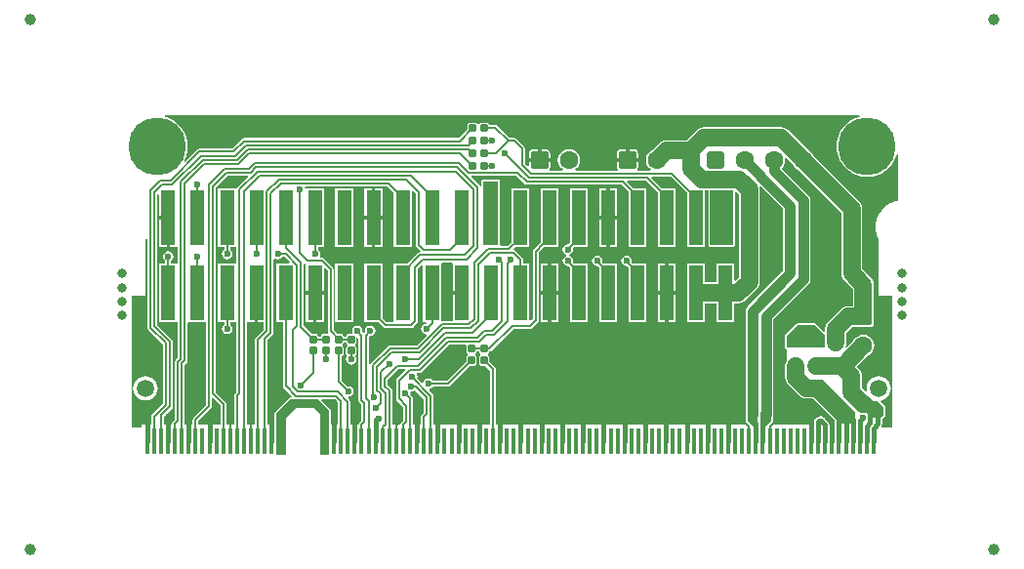
<source format=gtl>
G04*
G04 #@! TF.GenerationSoftware,Altium Limited,Altium Designer,19.0.12 (326)*
G04*
G04 Layer_Physical_Order=1*
G04 Layer_Color=255*
%FSLAX44Y44*%
%MOMM*%
G71*
G01*
G75*
%ADD14C,0.2000*%
G04:AMPARAMS|DCode=16|XSize=0.6mm|YSize=0.6mm|CornerRadius=0.06mm|HoleSize=0mm|Usage=FLASHONLY|Rotation=0.000|XOffset=0mm|YOffset=0mm|HoleType=Round|Shape=RoundedRectangle|*
%AMROUNDEDRECTD16*
21,1,0.6000,0.4800,0,0,0.0*
21,1,0.4800,0.6000,0,0,0.0*
1,1,0.1200,0.2400,-0.2400*
1,1,0.1200,-0.2400,-0.2400*
1,1,0.1200,-0.2400,0.2400*
1,1,0.1200,0.2400,0.2400*
%
%ADD16ROUNDEDRECTD16*%
%ADD17R,1.2700X4.8000*%
G04:AMPARAMS|DCode=18|XSize=1.3mm|YSize=0.8mm|CornerRadius=0.1mm|HoleSize=0mm|Usage=FLASHONLY|Rotation=180.000|XOffset=0mm|YOffset=0mm|HoleType=Round|Shape=RoundedRectangle|*
%AMROUNDEDRECTD18*
21,1,1.3000,0.6000,0,0,180.0*
21,1,1.1000,0.8000,0,0,180.0*
1,1,0.2000,-0.5500,0.3000*
1,1,0.2000,0.5500,0.3000*
1,1,0.2000,0.5500,-0.3000*
1,1,0.2000,-0.5500,-0.3000*
%
%ADD18ROUNDEDRECTD18*%
G04:AMPARAMS|DCode=19|XSize=0.6mm|YSize=0.6mm|CornerRadius=0.06mm|HoleSize=0mm|Usage=FLASHONLY|Rotation=90.000|XOffset=0mm|YOffset=0mm|HoleType=Round|Shape=RoundedRectangle|*
%AMROUNDEDRECTD19*
21,1,0.6000,0.4800,0,0,90.0*
21,1,0.4800,0.6000,0,0,90.0*
1,1,0.1200,0.2400,0.2400*
1,1,0.1200,0.2400,-0.2400*
1,1,0.1200,-0.2400,-0.2400*
1,1,0.1200,-0.2400,0.2400*
%
%ADD19ROUNDEDRECTD19*%
%ADD30C,1.6000*%
%ADD32C,1.0000*%
%ADD33R,0.4500X2.3000*%
%ADD34C,1.5000*%
%ADD35C,0.4000*%
%ADD36C,0.9000*%
%ADD37C,5.0000*%
G04:AMPARAMS|DCode=38|XSize=1.524mm|YSize=1.524mm|CornerRadius=0.1905mm|HoleSize=0mm|Usage=FLASHONLY|Rotation=90.000|XOffset=0mm|YOffset=0mm|HoleType=Round|Shape=RoundedRectangle|*
%AMROUNDEDRECTD38*
21,1,1.5240,1.1430,0,0,90.0*
21,1,1.1430,1.5240,0,0,90.0*
1,1,0.3810,0.5715,0.5715*
1,1,0.3810,0.5715,-0.5715*
1,1,0.3810,-0.5715,-0.5715*
1,1,0.3810,-0.5715,0.5715*
%
%ADD38ROUNDEDRECTD38*%
G04:AMPARAMS|DCode=39|XSize=1.6mm|YSize=1.6mm|CornerRadius=0.4mm|HoleSize=0mm|Usage=FLASHONLY|Rotation=0.000|XOffset=0mm|YOffset=0mm|HoleType=Round|Shape=RoundedRectangle|*
%AMROUNDEDRECTD39*
21,1,1.6000,0.8000,0,0,0.0*
21,1,0.8000,1.6000,0,0,0.0*
1,1,0.8000,0.4000,-0.4000*
1,1,0.8000,-0.4000,-0.4000*
1,1,0.8000,-0.4000,0.4000*
1,1,0.8000,0.4000,0.4000*
%
%ADD39ROUNDEDRECTD39*%
%ADD40C,0.8000*%
%ADD41C,1.5000*%
G04:AMPARAMS|DCode=42|XSize=1.524mm|YSize=1.524mm|CornerRadius=0.1905mm|HoleSize=0mm|Usage=FLASHONLY|Rotation=0.000|XOffset=0mm|YOffset=0mm|HoleType=Round|Shape=RoundedRectangle|*
%AMROUNDEDRECTD42*
21,1,1.5240,1.1430,0,0,0.0*
21,1,1.1430,1.5240,0,0,0.0*
1,1,0.3810,0.5715,-0.5715*
1,1,0.3810,-0.5715,-0.5715*
1,1,0.3810,-0.5715,0.5715*
1,1,0.3810,0.5715,0.5715*
%
%ADD42ROUNDEDRECTD42*%
%ADD43C,0.6000*%
G36*
X326000Y184000D02*
X313250D01*
Y239500D01*
X326000D01*
Y184000D01*
D02*
G37*
G36*
X529428D02*
X509750Y184000D01*
Y232000D01*
X529428Y232000D01*
Y184000D01*
D02*
G37*
G36*
X145179Y169673D02*
X144693Y168500D01*
X133721D01*
Y117500D01*
X139023D01*
Y62701D01*
X139216Y61725D01*
X139769Y60898D01*
X147370Y53297D01*
X146884Y52124D01*
X145750D01*
X144602Y51648D01*
X132602Y39648D01*
X132127Y38500D01*
X132126Y28500D01*
X126049D01*
Y102245D01*
X130552Y106748D01*
X131105Y107575D01*
X131299Y108550D01*
Y128500D01*
X131299Y128500D01*
Y171866D01*
X132569Y172545D01*
X132994Y172261D01*
X134750Y171912D01*
X136506Y172261D01*
X137994Y173256D01*
X138459Y173951D01*
X140901D01*
X145179Y169673D01*
D02*
G37*
G36*
X32007Y227670D02*
Y209500D01*
X39857D01*
Y208000D01*
X41357D01*
Y182500D01*
X47707D01*
X47951Y181331D01*
Y169669D01*
X47707Y168500D01*
X46681Y168500D01*
X42406D01*
Y170755D01*
X43102Y171220D01*
X44096Y172708D01*
X44445Y174464D01*
X44096Y176220D01*
X43102Y177709D01*
X41613Y178703D01*
X39857Y179053D01*
X38101Y178703D01*
X36613Y177709D01*
X35618Y176220D01*
X35269Y174464D01*
X35618Y172708D01*
X36613Y171220D01*
X37308Y170755D01*
Y168500D01*
X32007D01*
Y117500D01*
X47707Y117500D01*
X47951Y116331D01*
Y86556D01*
X46198Y84802D01*
X45645Y83975D01*
X45451Y83000D01*
Y33056D01*
X43698Y31302D01*
X43145Y30475D01*
X42951Y29500D01*
Y28500D01*
X36049D01*
Y35694D01*
X42802Y42448D01*
X43355Y43274D01*
X43549Y44250D01*
Y100700D01*
X43355Y101675D01*
X42802Y102502D01*
X30549Y114756D01*
Y228223D01*
X30737Y228348D01*
X32007Y227670D01*
D02*
G37*
G36*
X582202Y253638D02*
X582380Y253209D01*
X583903Y251224D01*
X585887Y249702D01*
X586317Y249524D01*
X623672Y212168D01*
Y159750D01*
X623982Y157401D01*
X624888Y155211D01*
X626331Y153331D01*
X633422Y146240D01*
Y131278D01*
X629200D01*
X629200Y131278D01*
X626851Y130968D01*
X624661Y130062D01*
X622781Y128619D01*
X612331Y118169D01*
X610888Y116289D01*
X609982Y114099D01*
X609672Y111750D01*
Y109533D01*
X608499Y109047D01*
X601648Y115898D01*
X600500Y116374D01*
X585500D01*
X584352Y115898D01*
X575352Y106898D01*
X574876Y105750D01*
X574876Y95250D01*
X575352Y94102D01*
X576500Y93626D01*
Y84260D01*
X576138Y83789D01*
X575232Y81600D01*
X574922Y79250D01*
Y69500D01*
X575232Y67151D01*
X576138Y64961D01*
X577581Y63081D01*
X586831Y53831D01*
X588711Y52389D01*
X590900Y51482D01*
X593250Y51172D01*
X599031D01*
X617931Y32272D01*
Y28500D01*
X613069D01*
Y28972D01*
X612797Y30338D01*
X612023Y31495D01*
X609495Y34023D01*
X609009Y34348D01*
X608744Y34744D01*
X607256Y35739D01*
X605500Y36088D01*
X603744Y35739D01*
X602419Y34854D01*
X602134Y34797D01*
X600977Y34023D01*
X600203Y32866D01*
X599931Y31500D01*
Y28500D01*
X564403D01*
X563655Y29749D01*
X563898Y30352D01*
X564374Y31500D01*
X564374Y39250D01*
X564368Y39265D01*
Y119716D01*
X595004Y150353D01*
X596330Y152337D01*
X596796Y154678D01*
Y223321D01*
X596330Y225663D01*
X595004Y227647D01*
X571989Y250663D01*
X572025Y251225D01*
X573548Y253209D01*
X574505Y255520D01*
X574832Y258000D01*
X574648Y259397D01*
X575851Y259990D01*
X582202Y253638D01*
D02*
G37*
G36*
X286293Y168500D02*
Y144500D01*
X294143D01*
Y141500D01*
X286293D01*
Y118049D01*
X277686D01*
X276564Y119138D01*
Y168500D01*
X277334Y169451D01*
X285523D01*
X286293Y168500D01*
D02*
G37*
G36*
X235436Y229460D02*
Y182500D01*
X251136D01*
Y230850D01*
X252309Y231336D01*
X254701Y228944D01*
Y184500D01*
X254895Y183524D01*
X255448Y182698D01*
X258826Y179319D01*
X258300Y178049D01*
X258250D01*
X257274Y177855D01*
X256448Y177302D01*
X247645Y168500D01*
X235436D01*
Y117549D01*
X229306D01*
X225707Y121148D01*
Y168500D01*
X210007D01*
Y117500D01*
X222145D01*
X226448Y113198D01*
X227274Y112645D01*
X228250Y112451D01*
X250650D01*
X251625Y112645D01*
X252452Y113198D01*
X255552Y116298D01*
X256105Y117125D01*
X256299Y118101D01*
Y164194D01*
X259594Y167489D01*
X260864Y166963D01*
Y117500D01*
X263130D01*
X263789Y116230D01*
X263746Y116170D01*
X263618Y116105D01*
X261958Y115775D01*
X260470Y114780D01*
X259475Y113292D01*
X259126Y111536D01*
X259475Y109780D01*
X260470Y108292D01*
X261958Y107297D01*
X263158Y107058D01*
X263630Y105735D01*
X255444Y97549D01*
X232222D01*
X231246Y97355D01*
X230419Y96802D01*
X215198Y81581D01*
X214819Y81014D01*
X213549Y81257D01*
Y104335D01*
X214592Y105243D01*
X215000Y105162D01*
X216756Y105511D01*
X218244Y106506D01*
X219239Y107994D01*
X219588Y109750D01*
X219239Y111506D01*
X218244Y112994D01*
X216756Y113989D01*
X215000Y114338D01*
X213244Y113989D01*
X211756Y112994D01*
X210761Y111506D01*
X210412Y109750D01*
X210575Y108930D01*
X209435Y107789D01*
X209302Y107802D01*
X208175Y108930D01*
X208338Y109750D01*
X207989Y111506D01*
X206994Y112994D01*
X205506Y113989D01*
X203750Y114338D01*
X201994Y113989D01*
X200506Y112994D01*
X199511Y111506D01*
X199162Y109750D01*
X199448Y108311D01*
X198737Y107041D01*
X196100D01*
X195281Y106878D01*
X194586Y106414D01*
X194122Y105719D01*
X193988Y105049D01*
X192012D01*
X191878Y105719D01*
X191414Y106414D01*
X190719Y106878D01*
X189900Y107041D01*
X186564D01*
X183049Y110556D01*
Y163386D01*
X182855Y164361D01*
X182302Y165188D01*
X174652Y172838D01*
X173825Y173391D01*
X172850Y173585D01*
X171903D01*
X171252Y174633D01*
X171254Y174855D01*
X171588Y176536D01*
X171239Y178291D01*
X170244Y179780D01*
X169549Y180245D01*
Y182500D01*
X174850D01*
Y233500D01*
X159150D01*
X158315Y234076D01*
X159004Y235201D01*
X229694D01*
X235436Y229460D01*
D02*
G37*
G36*
X639412Y295671D02*
X637786Y295281D01*
X633932Y293685D01*
X630376Y291505D01*
X627204Y288796D01*
X624495Y285624D01*
X622315Y282068D01*
X620719Y278214D01*
X619745Y274158D01*
X619418Y270000D01*
X619745Y265842D01*
X620719Y261786D01*
X622315Y257932D01*
X624495Y254375D01*
X627204Y251204D01*
X630376Y248495D01*
X633932Y246315D01*
X637786Y244719D01*
X641842Y243745D01*
X646000Y243418D01*
X650158Y243745D01*
X654214Y244719D01*
X658068Y246315D01*
X661625Y248495D01*
X664796Y251204D01*
X667505Y254375D01*
X669685Y257932D01*
X671281Y261786D01*
X671671Y263412D01*
X672941Y263262D01*
Y222804D01*
X669598Y222139D01*
X669319Y222023D01*
X669024Y221965D01*
X665402Y220464D01*
X665151Y220297D01*
X664873Y220182D01*
X661613Y218003D01*
X661400Y217790D01*
X661149Y217623D01*
X658377Y214851D01*
X658210Y214600D01*
X657997Y214387D01*
X655818Y211127D01*
X655703Y210849D01*
X655536Y210598D01*
X654035Y206976D01*
X653977Y206681D01*
X653861Y206402D01*
X653096Y202557D01*
Y202256D01*
X653038Y201960D01*
Y198040D01*
X653096Y197744D01*
Y197443D01*
X653861Y193598D01*
X653977Y193319D01*
X654035Y193024D01*
X655536Y189402D01*
X655703Y189151D01*
X655818Y188873D01*
X655934Y188699D01*
X656000Y140000D01*
X668000D01*
Y25750D01*
X658424D01*
X657969Y27020D01*
X658547Y27884D01*
X658819Y29250D01*
Y33362D01*
X659398Y33602D01*
X661398Y35602D01*
X661874Y36750D01*
Y43500D01*
X661398Y44648D01*
X657578Y48468D01*
X657986Y49671D01*
X658741Y49770D01*
X661295Y50828D01*
X663489Y52511D01*
X665172Y54705D01*
X666230Y57259D01*
X666591Y60000D01*
X666230Y62741D01*
X665172Y65295D01*
X663489Y67489D01*
X661295Y69172D01*
X658741Y70230D01*
X656000Y70591D01*
X653259Y70230D01*
X650705Y69172D01*
X648511Y67489D01*
X646828Y65295D01*
X645770Y62741D01*
X645409Y60000D01*
X645641Y58243D01*
X644438Y57650D01*
X641578Y60510D01*
Y70500D01*
X641268Y72849D01*
X640361Y75039D01*
X638919Y76919D01*
X637188Y78650D01*
X646862Y88324D01*
X647291Y88502D01*
X649276Y90025D01*
X650798Y92009D01*
X651756Y94320D01*
X652082Y96800D01*
X651756Y99280D01*
X650798Y101591D01*
X649276Y103575D01*
X647291Y105098D01*
X644980Y106055D01*
X642500Y106382D01*
X640020Y106055D01*
X637709Y105098D01*
X635725Y103575D01*
X634202Y101591D01*
X634024Y101162D01*
X628278Y95415D01*
X627201Y96135D01*
X627518Y96901D01*
X627828Y99250D01*
Y107990D01*
X632960Y113122D01*
X636237D01*
X636785Y113013D01*
X648215D01*
X649544Y113278D01*
X650670Y114030D01*
X651422Y115156D01*
X651687Y116485D01*
Y127915D01*
X651578Y128463D01*
Y150000D01*
X651578Y150000D01*
X651268Y152350D01*
X650361Y154539D01*
X648919Y156419D01*
X648919Y156419D01*
X641828Y163510D01*
Y215928D01*
X641518Y218278D01*
X640611Y220467D01*
X639169Y222347D01*
X599155Y262362D01*
X598977Y262791D01*
X597454Y264775D01*
X595469Y266298D01*
X595040Y266476D01*
X577597Y283919D01*
X575717Y285361D01*
X573528Y286268D01*
X571179Y286578D01*
X504500D01*
X502150Y286268D01*
X499961Y285361D01*
X498081Y283919D01*
X489490Y275328D01*
X471786D01*
X469436Y275018D01*
X467247Y274111D01*
X465367Y272669D01*
X459174Y266476D01*
X458745Y266298D01*
X456760Y264775D01*
X455238Y262791D01*
X454280Y260480D01*
X453954Y258000D01*
X454280Y255520D01*
X455238Y253209D01*
X456760Y251224D01*
X458266Y250069D01*
X457835Y248799D01*
X447028D01*
X446744Y249205D01*
X446465Y250069D01*
X447058Y250956D01*
X447322Y252285D01*
Y256500D01*
X438136D01*
X428949D01*
Y252285D01*
X429213Y250956D01*
X429806Y250069D01*
X429528Y249205D01*
X429244Y248799D01*
X392979D01*
X392548Y250069D01*
X394054Y251224D01*
X395577Y253209D01*
X396534Y255520D01*
X396861Y258000D01*
X396534Y260480D01*
X395577Y262791D01*
X394054Y264775D01*
X392070Y266298D01*
X389759Y267255D01*
X387279Y267582D01*
X384799Y267255D01*
X382488Y266298D01*
X380503Y264775D01*
X378980Y262791D01*
X378023Y260480D01*
X377697Y258000D01*
X378023Y255520D01*
X378980Y253209D01*
X380503Y251224D01*
X382009Y250069D01*
X381578Y248799D01*
X370771D01*
X370486Y249205D01*
X370208Y250069D01*
X370801Y250956D01*
X371065Y252285D01*
Y256500D01*
X361879D01*
X352692D01*
Y253159D01*
X351422Y252633D01*
X349049Y255005D01*
Y267750D01*
X348855Y268725D01*
X348302Y269552D01*
X341427Y276427D01*
X340601Y276980D01*
X339625Y277174D01*
X335681D01*
X325302Y287552D01*
X324475Y288105D01*
X323500Y288299D01*
X318262D01*
X318128Y288969D01*
X317664Y289664D01*
X316969Y290128D01*
X316150Y290291D01*
X311350D01*
X310531Y290128D01*
X309836Y289664D01*
X309559Y289250D01*
X307941D01*
X307664Y289664D01*
X306969Y290128D01*
X306150Y290291D01*
X301350D01*
X300531Y290128D01*
X299836Y289664D01*
X299372Y288969D01*
X299209Y288150D01*
Y284814D01*
X291444Y277049D01*
X105751D01*
X104776Y276855D01*
X103949Y276302D01*
X95446Y267799D01*
X66651D01*
X65675Y267605D01*
X64848Y267052D01*
X54298Y256502D01*
X53293Y257293D01*
X53685Y257932D01*
X55281Y261786D01*
X56255Y265842D01*
X56582Y270000D01*
X56255Y274158D01*
X55281Y278214D01*
X53685Y282068D01*
X51505Y285624D01*
X48796Y288796D01*
X45624Y291505D01*
X42068Y293685D01*
X38214Y295281D01*
X36588Y295671D01*
X36738Y296941D01*
X639262D01*
X639412Y295671D01*
D02*
G37*
G36*
X159128Y167898D02*
X159150Y167863D01*
Y144500D01*
X167000D01*
X174850D01*
Y163771D01*
X176023Y164258D01*
X177951Y162330D01*
Y109500D01*
X178145Y108525D01*
X178288Y108311D01*
X177609Y107041D01*
X174100D01*
X173281Y106878D01*
X172586Y106414D01*
X172122Y105719D01*
X171989Y105049D01*
X170012D01*
X169878Y105719D01*
X169414Y106414D01*
X168719Y106878D01*
X167900Y107041D01*
X164564D01*
X157549Y114056D01*
Y167368D01*
X158819Y168084D01*
X159128Y167898D01*
D02*
G37*
G36*
X609000Y106250D02*
Y95250D01*
X576500D01*
X576500Y105750D01*
X585500Y114750D01*
X600500D01*
X609000Y106250D01*
D02*
G37*
G36*
X204951Y103099D02*
Y49802D01*
X205145Y48827D01*
X205698Y48000D01*
X207451Y46247D01*
Y32306D01*
X205698Y30552D01*
X205145Y29725D01*
X204951Y28750D01*
Y28500D01*
X198049D01*
Y48228D01*
X197855Y49203D01*
X197302Y50030D01*
X195834Y51498D01*
X196389Y52739D01*
X197756Y53011D01*
X199244Y54006D01*
X200239Y55494D01*
X200588Y57250D01*
X200239Y59006D01*
X199244Y60494D01*
X197756Y61489D01*
X196000Y61838D01*
X195180Y61675D01*
X189799Y67056D01*
Y87959D01*
X189900D01*
X190719Y88122D01*
X191414Y88586D01*
X191878Y89281D01*
X192041Y90100D01*
Y94900D01*
X191878Y95719D01*
X191414Y96414D01*
X191000Y96691D01*
Y98309D01*
X191414Y98586D01*
X191878Y99281D01*
X192012Y99951D01*
X193988D01*
X194122Y99281D01*
X194586Y98586D01*
X195000Y98309D01*
Y96691D01*
X194586Y96414D01*
X194122Y95719D01*
X193959Y94900D01*
Y90100D01*
X194122Y89281D01*
X194586Y88586D01*
X194792Y87550D01*
X194261Y86756D01*
X193912Y85000D01*
X194261Y83244D01*
X195256Y81756D01*
X196744Y80761D01*
X198500Y80412D01*
X200256Y80761D01*
X201744Y81756D01*
X202739Y83244D01*
X203088Y85000D01*
X202739Y86756D01*
X202208Y87550D01*
X202414Y88586D01*
X202878Y89281D01*
X203041Y90100D01*
Y94900D01*
X202878Y95719D01*
X202414Y96414D01*
X202000Y96691D01*
Y98309D01*
X202414Y98586D01*
X202878Y99281D01*
X203041Y100100D01*
Y104008D01*
X203087Y104083D01*
X203685Y104178D01*
X204951Y103099D01*
D02*
G37*
G36*
X298242Y96818D02*
X298209Y96650D01*
Y91850D01*
X298372Y91031D01*
X298836Y90336D01*
X299250Y90059D01*
Y88441D01*
X298836Y88164D01*
X298372Y87470D01*
X298209Y86650D01*
Y83314D01*
X281444Y66549D01*
X269459D01*
X268994Y67244D01*
X267506Y68239D01*
X265750Y68588D01*
X263994Y68239D01*
X262506Y67244D01*
X261511Y65756D01*
X261359Y64991D01*
X259981Y64573D01*
X255650Y68905D01*
X255813Y69725D01*
X255464Y71481D01*
X255029Y72131D01*
X255708Y73401D01*
X257700D01*
X258675Y73595D01*
X259502Y74147D01*
X283443Y98088D01*
X297374D01*
X298242Y96818D01*
D02*
G37*
G36*
X651250Y48500D02*
X655250D01*
X660250Y43500D01*
Y36750D01*
X658250Y34750D01*
X649000D01*
X644500Y39250D01*
X642500D01*
X642750Y53250D01*
X646500D01*
X651250Y48500D01*
D02*
G37*
G36*
X635500Y39750D02*
Y29250D01*
X621750D01*
X621500Y29500D01*
Y31000D01*
X598250Y54250D01*
X598250Y67750D01*
X607500Y67750D01*
X635500Y39750D01*
D02*
G37*
G36*
X349198Y237198D02*
X350024Y236645D01*
X351000Y236451D01*
X432944D01*
X438815Y230580D01*
Y213350D01*
X438864Y213104D01*
Y182500D01*
X454564D01*
Y233500D01*
X443105D01*
X437577Y239028D01*
X438063Y240201D01*
X453944D01*
X464293Y229853D01*
Y182500D01*
X479993D01*
Y233500D01*
X467855D01*
X458827Y242528D01*
X459313Y243701D01*
X475694D01*
X489721Y229674D01*
Y182500D01*
X505421D01*
Y231922D01*
X508126D01*
Y184000D01*
X508602Y182852D01*
X509750Y182376D01*
X529428Y182376D01*
X529727Y182500D01*
X530850D01*
Y183512D01*
X531052Y184000D01*
Y230314D01*
X532322Y230840D01*
X534672Y228490D01*
Y156010D01*
X532023Y153361D01*
X530850Y153847D01*
Y168500D01*
X515150D01*
Y151828D01*
X505421D01*
Y168500D01*
X489721D01*
Y117500D01*
X505421D01*
Y133672D01*
X515150D01*
Y117500D01*
X530850D01*
Y133672D01*
X534250D01*
X536600Y133982D01*
X538789Y134889D01*
X540669Y136331D01*
X550169Y145831D01*
X550169Y145831D01*
X551611Y147711D01*
X552518Y149901D01*
X552828Y152250D01*
Y232250D01*
X552518Y234599D01*
X552397Y234892D01*
X553474Y235611D01*
X573061Y216024D01*
Y161976D01*
X542424Y131339D01*
X541098Y129355D01*
X540633Y127014D01*
Y39265D01*
X540626Y39250D01*
X540626Y31500D01*
X541102Y30352D01*
X541781Y29673D01*
X541295Y28500D01*
X324049D01*
Y76500D01*
X323855Y77476D01*
X323302Y78303D01*
X318291Y83314D01*
Y86650D01*
X318128Y87470D01*
X317664Y88164D01*
X317250Y88441D01*
Y90059D01*
X317664Y90336D01*
X318128Y91031D01*
X318262Y91704D01*
X319226Y91895D01*
X320052Y92448D01*
X339306Y111701D01*
X353250D01*
X354226Y111895D01*
X355052Y112448D01*
X360302Y117698D01*
X360855Y118525D01*
X361049Y119500D01*
Y177694D01*
X365855Y182500D01*
X378278D01*
Y233500D01*
X362578D01*
Y186433D01*
X356698Y180552D01*
X356145Y179725D01*
X355951Y178750D01*
Y120556D01*
X354120Y118725D01*
X352850Y119251D01*
Y168500D01*
X347549D01*
Y171750D01*
X347355Y172726D01*
X346802Y173552D01*
X341302Y179053D01*
X340475Y179605D01*
X339667Y179766D01*
X339151Y180642D01*
X339032Y180928D01*
X340605Y182500D01*
X352850D01*
Y233500D01*
X337150D01*
Y186255D01*
X334194Y183299D01*
X328708D01*
X327624Y184000D01*
Y239500D01*
X327148Y240648D01*
X326000Y241124D01*
X313250D01*
X312102Y240648D01*
X311626Y239500D01*
Y235733D01*
X310356Y235347D01*
X310052Y235802D01*
X302327Y243528D01*
X302813Y244701D01*
X341694D01*
X349198Y237198D01*
D02*
G37*
G36*
X309372Y91031D02*
X309836Y90336D01*
X310250Y90059D01*
Y88441D01*
X309836Y88164D01*
X309372Y87470D01*
X309209Y86650D01*
Y81850D01*
X309372Y81031D01*
X309836Y80336D01*
X310531Y79872D01*
X311350Y79709D01*
X314687D01*
X318951Y75444D01*
Y28500D01*
X270049D01*
Y53450D01*
X269855Y54425D01*
X269302Y55252D01*
X266324Y58231D01*
X266742Y59609D01*
X267506Y59761D01*
X268994Y60756D01*
X269459Y61451D01*
X282500D01*
X283475Y61645D01*
X284303Y62198D01*
X301814Y79709D01*
X305150D01*
X305970Y79872D01*
X306664Y80336D01*
X307128Y81031D01*
X307291Y81850D01*
Y86650D01*
X307128Y87470D01*
X306664Y88164D01*
X306250Y88441D01*
Y90059D01*
X306664Y90336D01*
X307128Y91031D01*
X307262Y91701D01*
X309239D01*
X309372Y91031D01*
D02*
G37*
G36*
X261451Y50944D02*
Y38806D01*
X259698Y37052D01*
X259145Y36226D01*
X258951Y35250D01*
Y28500D01*
X252049D01*
Y51250D01*
X251855Y52225D01*
X251302Y53052D01*
X249800Y54555D01*
X249963Y55375D01*
X249852Y55936D01*
X250000Y57162D01*
X251756Y57511D01*
X253244Y58506D01*
X253832Y58563D01*
X261451Y50944D01*
D02*
G37*
G36*
X245373Y75728D02*
X237948Y68302D01*
X237395Y67476D01*
X237201Y66500D01*
Y51250D01*
X237395Y50275D01*
X237948Y49448D01*
X243451Y43944D01*
Y32306D01*
X241698Y30552D01*
X241145Y29725D01*
X240951Y28750D01*
Y28500D01*
X234049D01*
Y57972D01*
X233855Y58947D01*
X233302Y59774D01*
X230049Y63028D01*
Y67694D01*
X239256Y76901D01*
X244887D01*
X245373Y75728D01*
D02*
G37*
G36*
X186951Y48222D02*
Y28500D01*
X180624D01*
X180624Y41000D01*
X180148Y42148D01*
X172518Y49778D01*
X173004Y50951D01*
X184222D01*
X186951Y48222D01*
D02*
G37*
G36*
X117643Y117500D02*
X122701D01*
Y111056D01*
X115698Y104052D01*
X115145Y103225D01*
X114951Y102250D01*
Y28500D01*
X108049D01*
Y116331D01*
X108293Y117500D01*
X114643D01*
Y143000D01*
X117643D01*
Y117500D01*
D02*
G37*
G36*
X109180Y243477D02*
X99698Y233995D01*
X99656Y233932D01*
X98564Y233500D01*
X97956Y233500D01*
X82864D01*
Y182500D01*
X88165D01*
Y180245D01*
X87470Y179780D01*
X86475Y178291D01*
X86126Y176536D01*
X86475Y174780D01*
X87470Y173291D01*
X88959Y172297D01*
X90714Y171948D01*
X92470Y172297D01*
X93959Y173291D01*
X94953Y174780D01*
X95302Y176536D01*
X94953Y178291D01*
X93959Y179780D01*
X93263Y180245D01*
Y182500D01*
X98564Y182500D01*
X98951Y181390D01*
Y169610D01*
X98564Y168500D01*
X97681Y168500D01*
X82864D01*
Y117500D01*
X88165D01*
Y115245D01*
X87470Y114780D01*
X86475Y113292D01*
X86126Y111536D01*
X86475Y109780D01*
X87470Y108292D01*
X88959Y107297D01*
X90714Y106948D01*
X92470Y107297D01*
X93959Y108292D01*
X94953Y109780D01*
X95302Y111536D01*
X94953Y113292D01*
X93959Y114780D01*
X93263Y115245D01*
Y117500D01*
X98564Y117500D01*
X98951Y116390D01*
Y56606D01*
X97698Y55353D01*
X97145Y54526D01*
X96951Y53550D01*
Y28500D01*
X90049D01*
Y46500D01*
X89855Y47475D01*
X89302Y48302D01*
X81049Y56556D01*
Y234244D01*
X91455Y244651D01*
X108694D01*
X109180Y243477D01*
D02*
G37*
G36*
X84951Y45444D02*
Y28500D01*
X66049D01*
Y31944D01*
X76802Y42698D01*
X77355Y43525D01*
X77549Y44500D01*
Y51187D01*
X78722Y51673D01*
X84951Y45444D01*
D02*
G37*
G36*
X72451Y45556D02*
X61698Y34802D01*
X61145Y33975D01*
X60951Y33000D01*
Y28500D01*
X54049D01*
Y80494D01*
X55802Y82248D01*
X56355Y83075D01*
X56549Y84050D01*
Y116597D01*
X57436Y117500D01*
X72451D01*
Y45556D01*
D02*
G37*
G36*
X21951Y189736D02*
Y112250D01*
X22145Y111275D01*
X22698Y110448D01*
X34951Y98194D01*
Y46755D01*
X25698Y37502D01*
X25145Y36675D01*
X24951Y35700D01*
Y28500D01*
X16375D01*
Y25750D01*
X8000D01*
Y140000D01*
X20000D01*
X20066Y188699D01*
X20182Y188873D01*
X20297Y189151D01*
X20464Y189402D01*
X20705Y189984D01*
X21951Y189736D01*
D02*
G37*
G36*
X562750Y39250D02*
X562750Y31500D01*
X557000Y25750D01*
X557000Y24000D01*
X555500Y22500D01*
X553750Y24250D01*
Y39250D01*
X562750Y39250D01*
D02*
G37*
G36*
X551250Y24250D02*
X549500Y22500D01*
X548000Y24000D01*
X548000Y25750D01*
X542250Y31500D01*
X542250Y39250D01*
X551250Y39250D01*
Y24250D01*
D02*
G37*
G36*
X179000Y41000D02*
X179000Y2500D01*
X171250Y2500D01*
Y37750D01*
X165750Y43250D01*
X150500Y43250D01*
X141750Y34500D01*
Y2500D01*
X133750Y2500D01*
X133750Y38500D01*
X145750Y50500D01*
X169500D01*
X179000Y41000D01*
D02*
G37*
%LPC*%
G36*
X38357Y206500D02*
X32007D01*
Y182500D01*
X38357D01*
Y206500D01*
D02*
G37*
G36*
X225707Y233500D02*
X219357D01*
Y209500D01*
X225707D01*
Y233500D01*
D02*
G37*
G36*
X216357D02*
X210007D01*
Y209500D01*
X216357D01*
Y233500D01*
D02*
G37*
G36*
X225707Y206500D02*
X219357D01*
Y182500D01*
X225707D01*
Y206500D01*
D02*
G37*
G36*
X216357D02*
X210007D01*
Y182500D01*
X216357D01*
Y206500D01*
D02*
G37*
G36*
X200278Y233500D02*
X184578D01*
Y182500D01*
X200278D01*
Y233500D01*
D02*
G37*
G36*
Y168500D02*
X184578D01*
Y117500D01*
X200278D01*
Y168500D01*
D02*
G37*
G36*
X443851Y267187D02*
X439636D01*
Y259500D01*
X447322D01*
Y263715D01*
X447058Y265044D01*
X446306Y266170D01*
X445179Y266922D01*
X443851Y267187D01*
D02*
G37*
G36*
X367594D02*
X363379D01*
Y259500D01*
X371065D01*
Y263715D01*
X370801Y265044D01*
X370048Y266170D01*
X368922Y266922D01*
X367594Y267187D01*
D02*
G37*
G36*
X436636D02*
X432421D01*
X431092Y266922D01*
X429966Y266170D01*
X429213Y265044D01*
X428949Y263715D01*
Y259500D01*
X436636D01*
Y267187D01*
D02*
G37*
G36*
X360379D02*
X356164D01*
X354835Y266922D01*
X353709Y266170D01*
X352956Y265044D01*
X352692Y263715D01*
Y259500D01*
X360379D01*
Y267187D01*
D02*
G37*
G36*
X174850Y141500D02*
X168500D01*
Y117500D01*
X174850D01*
Y141500D01*
D02*
G37*
G36*
X165500D02*
X159150D01*
Y117500D01*
X165500D01*
Y141500D01*
D02*
G37*
G36*
X429136Y233500D02*
X422786D01*
Y209500D01*
X429136D01*
Y233500D01*
D02*
G37*
G36*
X419786D02*
X413436D01*
Y209500D01*
X419786D01*
Y233500D01*
D02*
G37*
G36*
X403707D02*
X388007D01*
Y186112D01*
X386862Y184967D01*
X386250Y185088D01*
X384494Y184739D01*
X383006Y183744D01*
X382011Y182256D01*
X381662Y180500D01*
X382011Y178744D01*
X383006Y177256D01*
X384494Y176261D01*
X385065Y176147D01*
Y174853D01*
X384494Y174739D01*
X383006Y173744D01*
X382011Y172256D01*
X381662Y170500D01*
X382011Y168744D01*
X383006Y167256D01*
X384494Y166261D01*
X386250Y165912D01*
X386862Y166034D01*
X388007Y164888D01*
Y117500D01*
X403707D01*
Y168500D01*
X391605D01*
X390634Y169471D01*
X390838Y170500D01*
X390489Y172256D01*
X389494Y173744D01*
X388006Y174739D01*
X387435Y174853D01*
Y176147D01*
X388006Y176261D01*
X389494Y177256D01*
X390489Y178744D01*
X390838Y180500D01*
X390634Y181529D01*
X391605Y182500D01*
X403707D01*
Y233500D01*
D02*
G37*
G36*
X429136Y206500D02*
X422786D01*
Y182500D01*
X429136D01*
Y206500D01*
D02*
G37*
G36*
X419786D02*
X413436D01*
Y182500D01*
X419786D01*
Y206500D01*
D02*
G37*
G36*
X378278Y168500D02*
X371928D01*
Y144500D01*
X378278D01*
Y168500D01*
D02*
G37*
G36*
X479993D02*
X473643D01*
Y144500D01*
X479993D01*
Y168500D01*
D02*
G37*
G36*
X368928D02*
X362578D01*
Y144500D01*
X368928D01*
Y168500D01*
D02*
G37*
G36*
X470643D02*
X464293D01*
Y144500D01*
X470643D01*
Y168500D01*
D02*
G37*
G36*
X479993Y141500D02*
X473643D01*
Y117500D01*
X479993D01*
Y141500D01*
D02*
G37*
G36*
X470643D02*
X464293D01*
Y117500D01*
X470643D01*
Y141500D01*
D02*
G37*
G36*
X437107Y175088D02*
X435351Y174739D01*
X433863Y173744D01*
X432868Y172256D01*
X432519Y170500D01*
X432868Y168744D01*
X433863Y167256D01*
X435351Y166261D01*
X437107Y165912D01*
X437719Y166034D01*
X438864Y164888D01*
Y117500D01*
X454564D01*
Y168500D01*
X442462D01*
X441491Y169471D01*
X441695Y170500D01*
X441346Y172256D01*
X440351Y173744D01*
X438863Y174739D01*
X437107Y175088D01*
D02*
G37*
G36*
X411679D02*
X409923Y174739D01*
X408434Y173744D01*
X407440Y172256D01*
X407090Y170500D01*
X407440Y168744D01*
X408434Y167256D01*
X409923Y166261D01*
X411679Y165912D01*
X412290Y166034D01*
X413436Y164888D01*
Y117500D01*
X429136D01*
Y168500D01*
X417033D01*
X416062Y169471D01*
X416267Y170500D01*
X415918Y172256D01*
X414923Y173744D01*
X413434Y174739D01*
X411679Y175088D01*
D02*
G37*
G36*
X378278Y141500D02*
X371928D01*
Y117500D01*
X378278D01*
Y141500D01*
D02*
G37*
G36*
X368928D02*
X362578D01*
Y117500D01*
X368928D01*
Y141500D01*
D02*
G37*
G36*
X20000Y70591D02*
X17259Y70230D01*
X14705Y69172D01*
X12511Y67489D01*
X10828Y65295D01*
X9770Y62741D01*
X9409Y60000D01*
X9770Y57259D01*
X10828Y54705D01*
X12511Y52511D01*
X14705Y50828D01*
X17259Y49770D01*
X20000Y49409D01*
X22741Y49770D01*
X25295Y50828D01*
X27489Y52511D01*
X29172Y54705D01*
X30230Y57259D01*
X30591Y60000D01*
X30230Y62741D01*
X29172Y65295D01*
X27489Y67489D01*
X25295Y69172D01*
X22741Y70230D01*
X20000Y70591D01*
D02*
G37*
%LPD*%
D14*
X353250Y114250D02*
X358500Y119500D01*
X338250Y114250D02*
X353250D01*
X318250Y94250D02*
X338250Y114250D01*
X313750Y94250D02*
X318250D01*
X322350Y106600D02*
X333863Y118113D01*
X315350Y106600D02*
X322350D01*
X320900Y110099D02*
X329250Y118450D01*
X313900Y110099D02*
X320900D01*
X329250Y118450D02*
Y168750D01*
X308050Y104250D02*
X313900Y110099D01*
X281050Y104250D02*
X308050D01*
X309387Y100637D02*
X315350Y106600D01*
X282387Y100637D02*
X309387D01*
X333863Y118113D02*
Y168613D01*
X148000Y110750D02*
X151500Y114250D01*
X148000Y61222D02*
Y110750D01*
Y61222D02*
X152222Y57000D01*
X202000Y14500D02*
Y62528D01*
X358500Y119500D02*
Y178750D01*
X351000Y239000D02*
X434000D01*
X342750Y247250D02*
X351000Y239000D01*
X300066Y247250D02*
X342750D01*
X346500Y253950D02*
Y267750D01*
Y253950D02*
X354200Y246250D01*
X476750D01*
X352750Y242750D02*
X455000D01*
X331750Y263750D02*
X352750Y242750D01*
X334625Y274625D02*
X339625D01*
X346500Y267750D01*
X323500Y285750D02*
X334625Y274625D01*
X323750Y263750D02*
X334625Y274625D01*
X313750Y285750D02*
X323500D01*
X313750Y263750D02*
X323750D01*
X313750Y274750D02*
X320750D01*
X313750Y252750D02*
X320750D01*
X154750Y62500D02*
X165500Y73250D01*
X152222Y57000D02*
X186728D01*
X150772Y53500D02*
X185278D01*
X141571Y62701D02*
X150772Y53500D01*
X165500Y73250D02*
Y92500D01*
X141571Y62701D02*
Y143000D01*
X151500Y114250D02*
Y166957D01*
X185278Y53500D02*
X189500Y49278D01*
X186728Y57000D02*
X195500Y48228D01*
X90399Y247200D02*
X111334D01*
X115884Y251750D02*
X290500D01*
X111334Y247200D02*
X115884Y251750D01*
X114434Y255250D02*
X292066D01*
X109884Y250700D02*
X114434Y255250D01*
X88950Y250700D02*
X109884D01*
X137397Y237750D02*
X230750D01*
X128750Y229103D02*
X137397Y237750D01*
X128750Y128500D02*
Y229103D01*
X135948Y241250D02*
X246000D01*
X125250Y230552D02*
X135948Y241250D01*
X125250Y110000D02*
Y230552D01*
X117558Y248250D02*
X289050D01*
X101500Y55550D02*
Y232192D01*
X119007Y244750D02*
X250000D01*
X105500Y231243D02*
X119007Y244750D01*
X105500Y14000D02*
Y231243D01*
X101500Y232192D02*
X117558Y248250D01*
X246000Y241250D02*
X257250Y230000D01*
Y184500D02*
Y230000D01*
Y184500D02*
X261500Y180250D01*
X213500Y14000D02*
Y48752D01*
X211000Y51252D02*
Y105750D01*
Y51252D02*
X213500Y48752D01*
X210000Y31250D02*
Y47302D01*
X207500Y49802D02*
X210000Y47302D01*
X207500Y49802D02*
Y106000D01*
X249200Y75950D02*
X257700D01*
X239750Y66500D02*
X249200Y75950D01*
X239750Y51250D02*
Y66500D01*
X217000Y53500D02*
X218250Y52250D01*
X172850Y171036D02*
X180500Y163386D01*
Y109500D02*
Y163386D01*
Y109500D02*
X187500Y102500D01*
X211000Y105750D02*
X215000Y109750D01*
X203750D02*
X207500Y106000D01*
X231500Y14000D02*
Y57972D01*
X217000Y79778D02*
X232222Y95000D01*
X217000Y53500D02*
Y79778D01*
X227500Y61972D02*
Y68750D01*
Y61972D02*
X231500Y57972D01*
X318450Y177250D02*
X339500D01*
X308750Y118500D02*
Y167550D01*
X318450Y177250D01*
X317000Y180750D02*
X335250D01*
X305250Y169000D02*
X317000Y180750D01*
X305250Y120222D02*
Y169000D01*
X333863Y168613D02*
X336250Y171000D01*
X326500Y171500D02*
X329250Y168750D01*
X335250Y180750D02*
X339500Y185000D01*
X339500Y177250D02*
X345000Y171750D01*
Y143000D02*
Y171750D01*
X437107Y170250D02*
Y170500D01*
Y170250D02*
X446714Y160643D01*
Y143000D02*
Y160643D01*
X411679Y170250D02*
Y170500D01*
Y170250D02*
X421286Y160643D01*
Y143000D02*
Y160643D01*
X395857Y143000D02*
Y160643D01*
X386250Y170250D02*
X395857Y160643D01*
X386250Y170250D02*
Y170500D01*
Y180500D02*
Y180750D01*
X395857Y190357D01*
Y208000D01*
X232222Y95000D02*
X256500D01*
X233671Y91500D02*
X257950D01*
X220500Y78328D02*
X233671Y91500D01*
X220500Y58500D02*
Y78328D01*
X257950Y91500D02*
X278450Y112000D01*
X256500Y95000D02*
X277000Y115500D01*
X220500Y58500D02*
X223750Y55250D01*
X224000Y74050D02*
X231250Y81300D01*
X224000Y59950D02*
Y74050D01*
Y59950D02*
X228000Y55950D01*
X227500Y68750D02*
X238200Y79450D01*
X228000Y28972D02*
Y55950D01*
X223750Y47000D02*
Y55250D01*
X225500Y26472D02*
X228000Y28972D01*
X292066Y255250D02*
X300066Y247250D01*
X153500Y177750D02*
Y232250D01*
X141957Y176500D02*
X151500Y166957D01*
X134750Y176500D02*
X141957D01*
X65286Y208000D02*
Y237000D01*
X160214Y171036D02*
X172850D01*
X153500Y177750D02*
X160214Y171036D01*
X167000Y176536D02*
Y208000D01*
X141571Y182179D02*
Y208000D01*
Y182179D02*
X155000Y168750D01*
Y113000D02*
Y168750D01*
X116143Y176536D02*
Y208000D01*
X39857Y143000D02*
Y174464D01*
X292500Y264000D02*
X303750Y252750D01*
X300000Y267500D02*
X303750Y263750D01*
X300000Y271000D02*
X303750Y274750D01*
X292500Y274500D02*
X303750Y285750D01*
X187250Y66000D02*
X196000Y57250D01*
X187250Y66000D02*
Y92250D01*
X201500Y14000D02*
X202000Y14500D01*
X250000Y61750D02*
X254250D01*
X264000Y52000D01*
Y37750D02*
Y52000D01*
X261500Y35250D02*
X264000Y37750D01*
X251225Y69725D02*
X267500Y53450D01*
Y14000D02*
Y53450D01*
X239750Y51250D02*
X246000Y45000D01*
X245375Y55375D02*
X249500Y51250D01*
Y14000D02*
Y51250D01*
X257700Y75950D02*
X282387Y100637D01*
X246000Y31250D02*
Y45000D01*
X256250Y79450D02*
X281050Y104250D01*
X238200Y79450D02*
X256250D01*
X282500Y64000D02*
X302750Y84250D01*
X265750Y64000D02*
X282500D01*
X245500Y85500D02*
X257250D01*
X280250Y108500D01*
X313750Y84250D02*
X321500Y76500D01*
X476750Y246250D02*
X492000Y231000D01*
X492221D01*
X497571Y225650D01*
Y208000D02*
Y225650D01*
X472143Y208000D02*
Y225607D01*
X455000Y242750D02*
X472143Y225607D01*
X187250Y92250D02*
X187500Y92500D01*
X268714Y116536D02*
Y143000D01*
X263714Y111536D02*
X268714Y116536D01*
X253750Y118101D02*
Y165250D01*
X250650Y115000D02*
X253750Y118101D01*
X176500Y85000D02*
Y92500D01*
X195500Y14000D02*
Y48228D01*
X189500Y14000D02*
Y49278D01*
X280250Y108500D02*
X303700D01*
X314221Y119022D01*
Y137650D01*
X319571Y143000D01*
X300528Y115500D02*
X305250Y120222D01*
X277000Y115500D02*
X300528D01*
X302250Y112000D02*
X308750Y118500D01*
X278450Y112000D02*
X302250D01*
X243286Y143000D02*
Y160536D01*
X258250Y175500D01*
X219500Y42750D02*
X223750Y47000D01*
X223207Y120000D02*
X223250D01*
X217857Y125350D02*
X223207Y120000D01*
X217857Y125350D02*
Y143000D01*
X223250Y120000D02*
X228250Y115000D01*
X250650D01*
X253750Y165250D02*
X260500Y172000D01*
X298200D01*
X339500Y185000D02*
X339650D01*
X345000Y190350D01*
Y208000D01*
X302750Y94250D02*
X313750D01*
X358500Y178750D02*
X364750Y185000D01*
X365078D01*
X370428Y190350D01*
Y208000D01*
X187500Y102500D02*
X198500D01*
X155000Y113000D02*
X165500Y102500D01*
X176500D01*
X66651Y265250D02*
X96501D01*
X68101Y261750D02*
X97951D01*
X69550Y258250D02*
X99401D01*
X50500Y85500D02*
Y239200D01*
X43101Y236750D02*
X68101Y261750D01*
X34500Y236750D02*
X43101D01*
X41651Y240250D02*
X66651Y265250D01*
X33050Y240250D02*
X41651D01*
X50500Y239200D02*
X69550Y258250D01*
X71000Y254750D02*
X100851D01*
X54000Y237750D02*
X71000Y254750D01*
X54000Y84050D02*
Y237750D01*
X90714Y176536D02*
Y208000D01*
X116143Y111536D02*
Y143000D01*
X90714Y111536D02*
Y143000D01*
X65286D02*
Y174464D01*
X258250Y175500D02*
X296750D01*
X298200Y172000D02*
X308250Y182050D01*
X296750Y175500D02*
X304750Y183500D01*
X261500Y180250D02*
X284250D01*
X294143Y190143D01*
Y208000D01*
X110101Y264000D02*
X292500D01*
X108651Y267500D02*
X300000D01*
X107201Y271000D02*
X300000D01*
X105751Y274500D02*
X292500D01*
X230750Y237750D02*
X243286Y225214D01*
X250000Y244750D02*
X268714Y226036D01*
X304750Y183500D02*
Y232550D01*
X289050Y248250D02*
X304750Y232550D01*
X290500Y251750D02*
X308250Y234000D01*
X268714Y208000D02*
Y226036D01*
X243286Y208000D02*
Y225214D01*
X128750Y128500D02*
X128750Y128500D01*
X128750Y108550D02*
Y128500D01*
X123500Y103300D02*
X128750Y108550D01*
X117500Y102250D02*
X125250Y110000D01*
X99500Y53550D02*
X101500Y55550D01*
X78500Y235300D02*
X90399Y247200D01*
X78500Y55500D02*
Y235300D01*
Y55500D02*
X87500Y46500D01*
X75000Y236750D02*
X88950Y250700D01*
X75000Y44500D02*
Y236750D01*
X63500Y33000D02*
X75000Y44500D01*
X28000Y230250D02*
X34500Y236750D01*
X24500Y231700D02*
X33050Y240250D01*
X24500Y112250D02*
Y231700D01*
X28000Y113700D02*
Y230250D01*
Y113700D02*
X41000Y100700D01*
X24500Y112250D02*
X37500Y99250D01*
X308250Y182050D02*
Y234000D01*
X441364Y213350D02*
Y231636D01*
Y213350D02*
X446714Y208000D01*
X434000Y239000D02*
X441364Y231636D01*
X51500Y81550D02*
X54000Y84050D01*
X48000Y83000D02*
X50500Y85500D01*
X99401Y258250D02*
X108651Y267500D01*
X100851Y254750D02*
X110101Y264000D01*
X97951Y261750D02*
X107201Y271000D01*
X96501Y265250D02*
X105751Y274500D01*
X198500Y85000D02*
Y92500D01*
X183500Y14000D02*
Y47500D01*
X183000Y48000D02*
X183500Y47500D01*
X225500Y14000D02*
Y26472D01*
X243500Y14000D02*
Y28750D01*
X246000Y31250D01*
X237500Y14000D02*
Y27700D01*
X240250Y30450D01*
Y41755D01*
X93500Y14000D02*
Y31750D01*
X93500Y31750D02*
X93500Y31750D01*
X111500Y14000D02*
Y31750D01*
X321500Y14000D02*
Y76500D01*
X561500Y14000D02*
Y26500D01*
X567464Y32464D01*
X573500D01*
X531500Y32464D02*
X537536D01*
X543500Y26500D01*
Y14000D02*
Y26500D01*
X261500Y14000D02*
Y35250D01*
X207500Y28750D02*
X210000Y31250D01*
X207500Y14000D02*
Y28750D01*
X63500Y14000D02*
Y33000D01*
X51500Y14000D02*
Y81550D01*
X45500Y14000D02*
Y29500D01*
X48000Y32000D01*
Y83000D01*
X87500Y14000D02*
Y46500D01*
X99500Y14000D02*
Y53550D01*
X117500Y14000D02*
Y102250D01*
X123500Y14000D02*
Y103300D01*
X27500Y14000D02*
Y35700D01*
X33500Y14000D02*
Y36750D01*
X27500Y35700D02*
X37500Y45700D01*
Y99250D01*
X33500Y36750D02*
X41000Y44250D01*
Y100700D01*
D16*
X165500Y102500D02*
D03*
Y92500D02*
D03*
X176500Y102500D02*
D03*
Y92500D02*
D03*
X198500Y102500D02*
D03*
Y92500D02*
D03*
X187500Y102500D02*
D03*
Y92500D02*
D03*
X302750Y94250D02*
D03*
Y84250D02*
D03*
X313750Y94250D02*
D03*
Y84250D02*
D03*
D17*
X345000Y143000D02*
D03*
Y208000D02*
D03*
X370428Y143000D02*
D03*
Y208000D02*
D03*
X395857Y143000D02*
D03*
Y208000D02*
D03*
X421286Y143000D02*
D03*
Y208000D02*
D03*
X446714Y143000D02*
D03*
Y208000D02*
D03*
X472143Y143000D02*
D03*
Y208000D02*
D03*
X497571Y143000D02*
D03*
Y208000D02*
D03*
X523000Y143000D02*
D03*
Y208000D02*
D03*
X319571D02*
D03*
Y143000D02*
D03*
X294143Y208000D02*
D03*
Y143000D02*
D03*
X268714Y208000D02*
D03*
Y143000D02*
D03*
X192428D02*
D03*
Y208000D02*
D03*
X217857Y143000D02*
D03*
Y208000D02*
D03*
X243286Y143000D02*
D03*
Y208000D02*
D03*
X116143Y143000D02*
D03*
Y208000D02*
D03*
X141571Y143000D02*
D03*
Y208000D02*
D03*
X167000Y143000D02*
D03*
Y208000D02*
D03*
X39857Y143000D02*
D03*
Y208000D02*
D03*
X65286Y143000D02*
D03*
Y208000D02*
D03*
X90714Y143000D02*
D03*
Y208000D02*
D03*
D18*
X618750Y79250D02*
D03*
Y99250D02*
D03*
X584000Y79250D02*
D03*
Y99250D02*
D03*
X601500Y79250D02*
D03*
Y99250D02*
D03*
D19*
X313750Y252750D02*
D03*
X303750D02*
D03*
X313750Y274750D02*
D03*
X303750D02*
D03*
X313750Y263750D02*
D03*
X303750D02*
D03*
X313750Y285750D02*
D03*
X303750D02*
D03*
D30*
X463536Y258000D02*
D03*
X387279D02*
D03*
X590678D02*
D03*
X539821D02*
D03*
X565250D02*
D03*
X642500Y96800D02*
D03*
D32*
X-80000Y380000D02*
D03*
X756000Y380000D02*
D03*
Y-80000D02*
D03*
X-80000Y-80000D02*
D03*
D33*
X21500Y14000D02*
D03*
X27500D02*
D03*
X33500D02*
D03*
X39500D02*
D03*
X45500D02*
D03*
X51500D02*
D03*
X57500D02*
D03*
X63500D02*
D03*
X69500D02*
D03*
X75500D02*
D03*
X81500D02*
D03*
X87500D02*
D03*
X93500D02*
D03*
X99500D02*
D03*
X105500D02*
D03*
X111500D02*
D03*
X117500D02*
D03*
X123500D02*
D03*
X129500D02*
D03*
X135500D02*
D03*
X177500D02*
D03*
X183500D02*
D03*
X189500D02*
D03*
X195500D02*
D03*
X201500D02*
D03*
X207500D02*
D03*
X213500D02*
D03*
X219500D02*
D03*
X225500D02*
D03*
X231500D02*
D03*
X237500D02*
D03*
X243500D02*
D03*
X249500D02*
D03*
X255500D02*
D03*
X261500D02*
D03*
X267500D02*
D03*
X273500D02*
D03*
X279500D02*
D03*
X285500D02*
D03*
X291500D02*
D03*
X297500D02*
D03*
X303500D02*
D03*
X309500D02*
D03*
X315500D02*
D03*
X321500D02*
D03*
X327500D02*
D03*
X333500D02*
D03*
X339500D02*
D03*
X345500D02*
D03*
X351500D02*
D03*
X357500D02*
D03*
X363500D02*
D03*
X369500D02*
D03*
X375500D02*
D03*
X381500D02*
D03*
X387500D02*
D03*
X393500D02*
D03*
X399500D02*
D03*
X405500D02*
D03*
X411500D02*
D03*
X417500D02*
D03*
X423500D02*
D03*
X429500D02*
D03*
X435500D02*
D03*
X441500D02*
D03*
X447500D02*
D03*
X453500D02*
D03*
X459500D02*
D03*
X465500D02*
D03*
X471500D02*
D03*
X477500D02*
D03*
X483500D02*
D03*
X489500D02*
D03*
X495500D02*
D03*
X501500D02*
D03*
X507500D02*
D03*
X513500D02*
D03*
X519500D02*
D03*
X525500D02*
D03*
X531500D02*
D03*
X537500D02*
D03*
X543500D02*
D03*
X549500D02*
D03*
X555500D02*
D03*
X561500D02*
D03*
X567500D02*
D03*
X573500D02*
D03*
X579500D02*
D03*
X585500D02*
D03*
X591500D02*
D03*
X597500D02*
D03*
X603500D02*
D03*
X609500D02*
D03*
X615500D02*
D03*
X621500D02*
D03*
X627500D02*
D03*
X633500D02*
D03*
X639500D02*
D03*
X645500D02*
D03*
X651500D02*
D03*
D34*
X500250Y142750D02*
X534250D01*
X543750Y152250D02*
Y232250D01*
X535000Y241000D02*
X543750Y232250D01*
X502750Y241000D02*
X535000D01*
X534250Y142750D02*
X543750Y152250D01*
X493250Y250500D02*
X502750Y241000D01*
X590678Y258000D02*
X632750Y215928D01*
X632500Y56750D02*
X642500Y46750D01*
X584000Y69500D02*
Y79250D01*
Y69500D02*
X593250Y60250D01*
X603750D01*
X620750Y43250D01*
X463536Y258000D02*
X471786Y266250D01*
X571179Y277500D02*
X590678Y258000D01*
X493250Y250500D02*
Y266250D01*
X471786D02*
X493250D01*
X504500Y277500D02*
X571179D01*
X493250Y266250D02*
X504500Y277500D01*
X618750Y99250D02*
Y111750D01*
X629200Y122200D01*
X642500D01*
X632750Y159750D02*
Y215928D01*
Y159750D02*
X642500Y150000D01*
Y122200D02*
Y150000D01*
X624950Y79250D02*
X642500Y96800D01*
X601500Y79250D02*
X624950D01*
X623750D02*
X632500Y70500D01*
Y56750D02*
Y70500D01*
D35*
X93500Y31750D02*
Y32616D01*
X597500Y14000D02*
Y32616D01*
X525500Y14000D02*
Y32616D01*
X507500Y14000D02*
Y32616D01*
X489500Y14000D02*
Y32616D01*
X471500Y14000D02*
Y32616D01*
X453500Y14000D02*
Y32616D01*
X435500Y14000D02*
Y32616D01*
X417500Y14000D02*
Y32616D01*
X399500Y14000D02*
Y32616D01*
X381500Y14000D02*
Y32616D01*
X363500Y14000D02*
Y32616D01*
X345500Y14000D02*
Y32616D01*
X327500Y14000D02*
Y32616D01*
X309500Y14000D02*
Y32616D01*
X291500Y14000D02*
Y32616D01*
X273500Y14000D02*
Y32616D01*
X255500Y14000D02*
Y32616D01*
X219500Y14000D02*
Y32616D01*
X201500Y14000D02*
Y32616D01*
X183500Y14000D02*
Y32616D01*
X129500Y14000D02*
Y32616D01*
X57500Y14000D02*
Y32616D01*
X75500Y14000D02*
Y32616D01*
X39500Y14000D02*
Y32616D01*
X606972Y31500D02*
X609500Y28972D01*
X603500Y31500D02*
X606972D01*
X609500Y14000D02*
Y28972D01*
X605500Y40750D02*
X615500Y30750D01*
X603500Y14000D02*
Y31500D01*
X603000Y40750D02*
X605500D01*
X645500Y14000D02*
Y27000D01*
X648500Y30000D01*
Y43500D01*
X651500Y14000D02*
Y25500D01*
X655250Y29250D01*
Y38000D01*
X621500Y14000D02*
Y32750D01*
X639500Y14000D02*
Y32250D01*
X642000Y34750D01*
X615500Y14000D02*
Y30750D01*
X633500Y14000D02*
Y32750D01*
X627500Y14000D02*
Y33250D01*
X555500Y14000D02*
Y29500D01*
X549500Y14000D02*
Y29500D01*
X21500Y32306D02*
X22023D01*
X21500Y14000D02*
Y32306D01*
D36*
X546750Y37000D02*
Y127014D01*
X558250Y37000D02*
Y122250D01*
X590678Y154678D01*
X546750Y127014D02*
X579179Y159442D01*
X565250Y248750D02*
Y258000D01*
Y248750D02*
X590678Y223321D01*
Y154678D02*
Y223321D01*
X539821Y258000D02*
X553750Y244071D01*
Y243987D02*
Y244071D01*
Y243987D02*
X579179Y218558D01*
Y159442D02*
Y218558D01*
D37*
X30000Y270000D02*
D03*
X646000D02*
D03*
D38*
X438136Y258000D02*
D03*
X361879D02*
D03*
D39*
X514393D02*
D03*
D40*
X676250Y159500D02*
D03*
Y123750D02*
D03*
Y135500D02*
D03*
Y147500D02*
D03*
X0Y159500D02*
D03*
Y123750D02*
D03*
Y135500D02*
D03*
Y147500D02*
D03*
D41*
X656000Y60000D02*
D03*
X20000D02*
D03*
D42*
X642500Y122200D02*
D03*
D43*
X331750Y263750D02*
D03*
X320750Y274750D02*
D03*
Y252750D02*
D03*
X154750Y62500D02*
D03*
X174000Y113000D02*
D03*
X204500Y210250D02*
D03*
X281250Y141750D02*
D03*
X434000Y207250D02*
D03*
X562500Y190250D02*
D03*
X472250Y96500D02*
D03*
X215000Y109750D02*
D03*
X203750D02*
D03*
X336613Y171363D02*
D03*
X326500Y171500D02*
D03*
X437107Y170500D02*
D03*
X411679D02*
D03*
X386250D02*
D03*
Y180500D02*
D03*
X512750Y204750D02*
D03*
Y211500D02*
D03*
X323000Y236250D02*
D03*
X316250D02*
D03*
X153500Y232250D02*
D03*
X65286Y237000D02*
D03*
X167000Y176536D02*
D03*
X134750Y176500D02*
D03*
X116143Y176536D02*
D03*
X39857Y174464D02*
D03*
X294500Y88000D02*
D03*
X202000Y62528D02*
D03*
X196000Y57250D02*
D03*
X251225Y69725D02*
D03*
X250000Y61750D02*
D03*
X245375Y55375D02*
D03*
X245500Y85500D02*
D03*
X265750Y64000D02*
D03*
X222250Y33500D02*
D03*
X263714Y111536D02*
D03*
X176500Y85000D02*
D03*
X219500Y42750D02*
D03*
X90714Y176536D02*
D03*
X116143Y111536D02*
D03*
X90714D02*
D03*
X65286Y174464D02*
D03*
X198500Y85000D02*
D03*
X605500Y31500D02*
D03*
X603000Y40750D02*
D03*
X89250Y271250D02*
D03*
X222250Y291250D02*
D03*
X183000Y48000D02*
D03*
X131000Y46250D02*
D03*
X240250Y41755D02*
D03*
X360000Y84000D02*
D03*
X93500Y31750D02*
D03*
X111500D02*
D03*
X231250Y81300D02*
D03*
X275250Y71250D02*
D03*
X648500Y43500D02*
D03*
X655250Y38000D02*
D03*
X642000Y34750D02*
D03*
X630500Y40250D02*
D03*
X630500Y32250D02*
D03*
X573500Y32464D02*
D03*
X531500Y32464D02*
D03*
X274250Y33750D02*
D03*
X258000Y40750D02*
D03*
X648500Y163750D02*
D03*
X588500Y111750D02*
D03*
X597500Y111750D02*
D03*
X204250Y37500D02*
D03*
X25250Y44250D02*
D03*
X76000Y37052D02*
D03*
X422750Y36750D02*
D03*
X233000Y64250D02*
D03*
X218250Y52250D02*
D03*
X57250Y41500D02*
D03*
X304000Y33750D02*
D03*
X40500Y35000D02*
D03*
M02*

</source>
